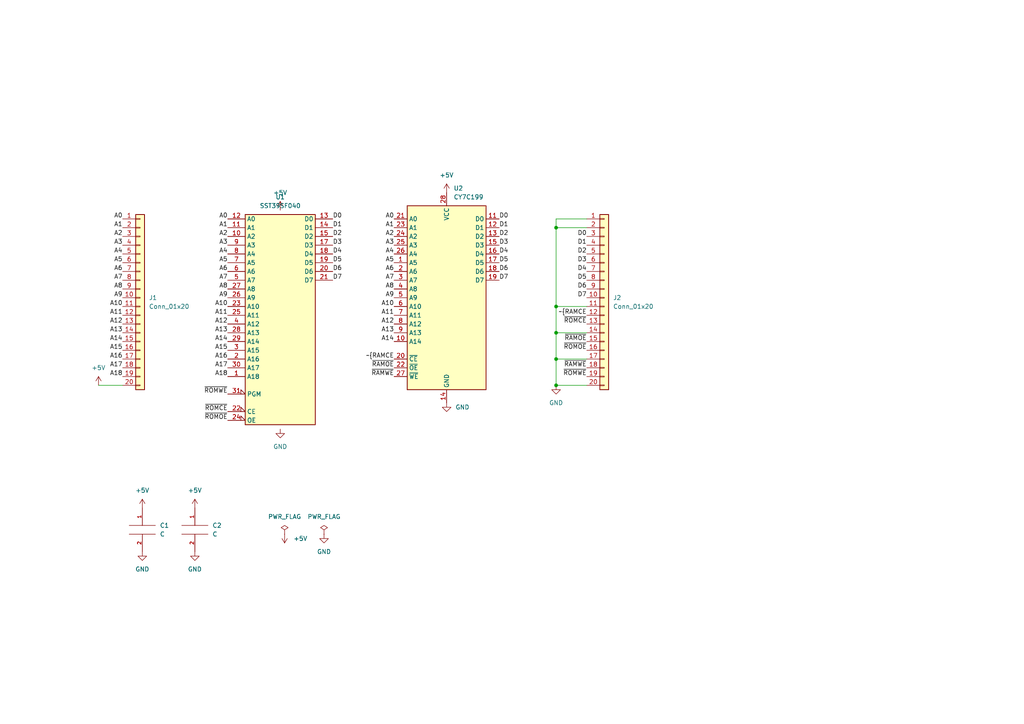
<source format=kicad_sch>
(kicad_sch (version 20211123) (generator eeschema)
  (paper "A4")
  (title_block (title "flash-breadboard-adaptor") (date "2022-09-24") (rev "v1.0.0"))
  (lib_symbols
    (symbol "Connector_Generic:Conn_01x20" (pin_names (offset 1.016) hide)
      (property "Reference" "J" (at 0 25.4 0))
      (property "Value" "Conn_01x20" (at 0 -27.94 0))
      (symbol "Conn_01x20_1_1"
        (rectangle (start -1.27 -25.273) (end 0 -25.527) (stroke (width 0.1524)))
        (rectangle (start -1.27 -22.733) (end 0 -22.987) (stroke (width 0.1524)))
        (rectangle (start -1.27 -20.193) (end 0 -20.447) (stroke (width 0.1524)))
        (rectangle (start -1.27 -17.653) (end 0 -17.907) (stroke (width 0.1524)))
        (rectangle (start -1.27 -15.113) (end 0 -15.367) (stroke (width 0.1524)))
        (rectangle (start -1.27 -12.573) (end 0 -12.827) (stroke (width 0.1524)))
        (rectangle (start -1.27 -10.033) (end 0 -10.287) (stroke (width 0.1524)))
        (rectangle (start -1.27 -7.493) (end 0 -7.747) (stroke (width 0.1524)))
        (rectangle (start -1.27 -4.953) (end 0 -5.207) (stroke (width 0.1524)))
        (rectangle (start -1.27 -2.413) (end 0 -2.667) (stroke (width 0.1524)))
        (rectangle (start -1.27 0.127) (end 0 -0.127) (stroke (width 0.1524)))
        (rectangle (start -1.27 2.667) (end 0 2.413) (stroke (width 0.1524)))
        (rectangle (start -1.27 5.207) (end 0 4.953) (stroke (width 0.1524)))
        (rectangle (start -1.27 7.747) (end 0 7.493) (stroke (width 0.1524)))
        (rectangle (start -1.27 10.287) (end 0 10.033) (stroke (width 0.1524)))
        (rectangle (start -1.27 12.827) (end 0 12.573) (stroke (width 0.1524)))
        (rectangle (start -1.27 15.367) (end 0 15.113) (stroke (width 0.1524)))
        (rectangle (start -1.27 17.907) (end 0 17.653) (stroke (width 0.1524)))
        (rectangle (start -1.27 20.447) (end 0 20.193) (stroke (width 0.1524)))
        (rectangle (start -1.27 22.987) (end 0 22.733) (stroke (width 0.1524)))
        (rectangle (start -1.27 24.13) (end 1.27 -26.67) (stroke (width 0.254)) (fill (type background)))
        (pin passive line (at -5.08 22.86 0) (length 3.81) (name "Pin_1") (number "1"))
        (pin passive line (at -5.08 0 0) (length 3.81) (name "Pin_10") (number "10"))
        (pin passive line (at -5.08 -2.54 0) (length 3.81) (name "Pin_11") (number "11"))
        (pin passive line (at -5.08 -5.08 0) (length 3.81) (name "Pin_12") (number "12"))
        (pin passive line (at -5.08 -7.62 0) (length 3.81) (name "Pin_13") (number "13"))
        (pin passive line (at -5.08 -10.16 0) (length 3.81) (name "Pin_14") (number "14"))
        (pin passive line (at -5.08 -12.7 0) (length 3.81) (name "Pin_15") (number "15"))
        (pin passive line (at -5.08 -15.24 0) (length 3.81) (name "Pin_16") (number "16"))
        (pin passive line (at -5.08 -17.78 0) (length 3.81) (name "Pin_17") (number "17"))
        (pin passive line (at -5.08 -20.32 0) (length 3.81) (name "Pin_18") (number "18"))
        (pin passive line (at -5.08 -22.86 0) (length 3.81) (name "Pin_19") (number "19"))
        (pin passive line (at -5.08 20.32 0) (length 3.81) (name "Pin_2") (number "2"))
        (pin passive line (at -5.08 -25.4 0) (length 3.81) (name "Pin_20") (number "20"))
        (pin passive line (at -5.08 17.78 0) (length 3.81) (name "Pin_3") (number "3"))
        (pin passive line (at -5.08 15.24 0) (length 3.81) (name "Pin_4") (number "4"))
        (pin passive line (at -5.08 12.7 0) (length 3.81) (name "Pin_5") (number "5"))
        (pin passive line (at -5.08 10.16 0) (length 3.81) (name "Pin_6") (number "6"))
        (pin passive line (at -5.08 7.62 0) (length 3.81) (name "Pin_7") (number "7"))
        (pin passive line (at -5.08 5.08 0) (length 3.81) (name "Pin_8") (number "8"))
        (pin passive line (at -5.08 2.54 0) (length 3.81) (name "Pin_9") (number "9"))
      )
    )
    (symbol "Memory_Flash:SST39SF040"
      (property "Reference" "U" (at 2.54 33.02 0))
      (property "Value" "SST39SF040" (at 0 -30.48 0))
      (symbol "SST39SF040_0_0"
        (pin power_in line (at 0 -30.48 90) (length 1.27) hide (name "GND") (number "16"))
        (pin power_in line (at 0 33.02 270) (length 1.27) hide (name "VCC") (number "32"))
      )
      (symbol "SST39SF040_0_1"
        (rectangle (start -10.16 31.75) (end 10.16 -29.21) (stroke (width 0.254)) (fill (type background)))
      )
      (symbol "SST39SF040_1_1"
        (pin input line (at -15.24 -15.24 0) (length 5.08) (name "A18") (number "1"))
        (pin input line (at -15.24 25.4 0) (length 5.08) (name "A2") (number "10"))
        (pin input line (at -15.24 27.94 0) (length 5.08) (name "A1") (number "11"))
        (pin input line (at -15.24 30.48 0) (length 5.08) (name "A0") (number "12"))
        (pin tri_state line (at 15.24 30.48 180) (length 5.08) (name "D0") (number "13"))
        (pin tri_state line (at 15.24 27.94 180) (length 5.08) (name "D1") (number "14"))
        (pin tri_state line (at 15.24 25.4 180) (length 5.08) (name "D2") (number "15"))
        (pin tri_state line (at 15.24 22.86 180) (length 5.08) (name "D3") (number "17"))
        (pin tri_state line (at 15.24 20.32 180) (length 5.08) (name "D4") (number "18"))
        (pin tri_state line (at 15.24 17.78 180) (length 5.08) (name "D5") (number "19"))
        (pin input line (at -15.24 -10.16 0) (length 5.08) (name "A16") (number "2"))
        (pin tri_state line (at 15.24 15.24 180) (length 5.08) (name "D6") (number "20"))
        (pin tri_state line (at 15.24 12.7 180) (length 5.08) (name "D7") (number "21"))
        (pin input input_low (at -15.24 -25.4 0) (length 5.08) (name "CE") (number "22"))
        (pin input line (at -15.24 5.08 0) (length 5.08) (name "A10") (number "23"))
        (pin input input_low (at -15.24 -27.94 0) (length 5.08) (name "OE") (number "24"))
        (pin input line (at -15.24 2.54 0) (length 5.08) (name "A11") (number "25"))
        (pin input line (at -15.24 7.62 0) (length 5.08) (name "A9") (number "26"))
        (pin input line (at -15.24 10.16 0) (length 5.08) (name "A8") (number "27"))
        (pin input line (at -15.24 -2.54 0) (length 5.08) (name "A13") (number "28"))
        (pin input line (at -15.24 -5.08 0) (length 5.08) (name "A14") (number "29"))
        (pin input line (at -15.24 -7.62 0) (length 5.08) (name "A15") (number "3"))
        (pin input line (at -15.24 -12.7 0) (length 5.08) (name "A17") (number "30"))
        (pin input input_low (at -15.24 -20.32 0) (length 5.08) (name "PGM") (number "31"))
        (pin input line (at -15.24 0 0) (length 5.08) (name "A12") (number "4"))
        (pin input line (at -15.24 12.7 0) (length 5.08) (name "A7") (number "5"))
        (pin input line (at -15.24 15.24 0) (length 5.08) (name "A6") (number "6"))
        (pin input line (at -15.24 17.78 0) (length 5.08) (name "A5") (number "7"))
        (pin input line (at -15.24 20.32 0) (length 5.08) (name "A4") (number "8"))
        (pin input line (at -15.24 22.86 0) (length 5.08) (name "A3") (number "9"))
      )
    )
    (symbol "Memory_RAM:CY7C199"
      (property "Reference" "U" (at -11.43 27.94 0))
      (property "Value" "CY7C199" (at 3.81 27.94 0))
      (symbol "CY7C199_0_0"
        (pin power_in line (at 0 -30.48 90) (length 3.81) (name "GND") (number "14"))
        (pin power_in line (at 0 30.48 270) (length 3.81) (name "VCC") (number "28"))
      )
      (symbol "CY7C199_0_1"
        (rectangle (start -11.43 26.67) (end 11.43 -26.67) (stroke (width 0.254)) (fill (type background)))
      )
      (symbol "CY7C199_1_1"
        (pin input line (at -15.24 10.16 0) (length 3.81) (name "A5") (number "1"))
        (pin input line (at -15.24 -12.7 0) (length 3.81) (name "A14") (number "10"))
        (pin tri_state line (at 15.24 22.86 180) (length 3.81) (name "D0") (number "11"))
        (pin tri_state line (at 15.24 20.32 180) (length 3.81) (name "D1") (number "12"))
        (pin tri_state line (at 15.24 17.78 180) (length 3.81) (name "D2") (number "13"))
        (pin tri_state line (at 15.24 15.24 180) (length 3.81) (name "D3") (number "15"))
        (pin tri_state line (at 15.24 12.7 180) (length 3.81) (name "D4") (number "16"))
        (pin tri_state line (at 15.24 10.16 180) (length 3.81) (name "D5") (number "17"))
        (pin tri_state line (at 15.24 7.62 180) (length 3.81) (name "D6") (number "18"))
        (pin tri_state line (at 15.24 5.08 180) (length 3.81) (name "D7") (number "19"))
        (pin input line (at -15.24 7.62 0) (length 3.81) (name "A6") (number "2"))
        (pin input line (at -15.24 -17.78 0) (length 3.81) (name "~{CE}") (number "20"))
        (pin input line (at -15.24 22.86 0) (length 3.81) (name "A0") (number "21"))
        (pin input line (at -15.24 -20.32 0) (length 3.81) (name "~{OE}") (number "22"))
        (pin input line (at -15.24 20.32 0) (length 3.81) (name "A1") (number "23"))
        (pin input line (at -15.24 17.78 0) (length 3.81) (name "A2") (number "24"))
        (pin input line (at -15.24 15.24 0) (length 3.81) (name "A3") (number "25"))
        (pin input line (at -15.24 12.7 0) (length 3.81) (name "A4") (number "26"))
        (pin input line (at -15.24 -22.86 0) (length 3.81) (name "~{WE}") (number "27"))
        (pin input line (at -15.24 5.08 0) (length 3.81) (name "A7") (number "3"))
        (pin input line (at -15.24 2.54 0) (length 3.81) (name "A8") (number "4"))
        (pin input line (at -15.24 0 0) (length 3.81) (name "A9") (number "5"))
        (pin input line (at -15.24 -2.54 0) (length 3.81) (name "A10") (number "6"))
        (pin input line (at -15.24 -5.08 0) (length 3.81) (name "A11") (number "7"))
        (pin input line (at -15.24 -7.62 0) (length 3.81) (name "A12") (number "8"))
        (pin input line (at -15.24 -10.16 0) (length 3.81) (name "A13") (number "9"))
      )
    )
    (symbol "power:+5V" (power) (pin_names (offset 0))
      (property "Value" "+5V" (at 0 3.556 0))
      (symbol "+5V_0_1"
        (polyline (pts (xy -0.762 1.27) (xy 0 2.54)))
        (polyline (pts (xy 0 0) (xy 0 2.54)))
        (polyline (pts (xy 0 2.54) (xy 0.762 1.27)))
      )
      (symbol "+5V_1_1"
        (pin power_in line (at 0 0 90) (length 0) hide (name "+5V") (number "1"))
      )
    )
    (symbol "power:GND" (power) (pin_names (offset 0))
      (property "Value" "GND" (at 0 -3.81 0))
      (symbol "GND_0_1"
        (polyline (pts (xy 0 0) (xy 0 -1.27) (xy 1.27 -1.27) (xy 0 -2.54) (xy -1.27 -1.27) (xy 0 -1.27)))
      )
      (symbol "GND_1_1"
        (pin power_in line (at 0 0 270) (length 0) hide (name "GND") (number "1"))
      )
    )
    (symbol "power:PWR_FLAG" (power) (pin_numbers hide) (pin_names (offset 0) hide)
      (property "Value" "PWR_FLAG" (at 0 3.81 0))
      (symbol "PWR_FLAG_0_0"
        (pin power_out line (at 0 0 90) (length 0) (name "pwr") (number "1"))
      )
      (symbol "PWR_FLAG_0_1"
        (polyline (pts (xy 0 0) (xy 0 1.27) (xy -1.016 1.905) (xy 0 2.54) (xy 1.016 1.905) (xy 0 1.27)))
      )
    )
    (symbol "pspice:C" (pin_names (offset 0.254))
      (property "Reference" "C" (at 2.54 3.81 90))
      (property "Value" "C" (at 2.54 -3.81 90))
      (symbol "C_0_1"
        (polyline (pts (xy -3.81 -1.27) (xy 3.81 -1.27)))
        (polyline (pts (xy -3.81 1.27) (xy 3.81 1.27)))
      )
      (symbol "C_1_1"
        (pin passive line (at 0 6.35 270) (length 5.08) (name "~") (number "1"))
        (pin passive line (at 0 -6.35 90) (length 5.08) (name "~") (number "2"))
      )
    )
  )
  (junction (at 161.29 66.04))
  (junction (at 161.29 111.76))
  (junction (at 161.29 96.52))
  (junction (at 161.29 104.14))
  (junction (at 161.29 88.9))
  (wire (pts (xy 161.29 63.5) (xy 161.29 66.04)))
  (wire (pts (xy 161.29 111.76) (xy 170.18 111.76)))
  (wire (pts (xy 161.29 88.9) (xy 161.29 96.52)))
  (wire (pts (xy 161.29 88.9) (xy 170.18 88.9)))
  (wire (pts (xy 161.29 66.04) (xy 170.18 66.04)))
  (wire (pts (xy 161.29 96.52) (xy 170.18 96.52)))
  (wire (pts (xy 161.29 63.5) (xy 170.18 63.5)))
  (wire (pts (xy 161.29 66.04) (xy 161.29 88.9)))
  (wire (pts (xy 161.29 104.14) (xy 161.29 111.76)))
  (wire (pts (xy 28.575 111.76) (xy 35.56 111.76)))
  (wire (pts (xy 161.29 104.14) (xy 170.18 104.14)))
  (wire (pts (xy 161.29 96.52) (xy 161.29 104.14)))
  (label "A7" (at 114.3 81.28 180))
  (label "A5" (at 66.04 76.2 180))
  (label "A3" (at 114.3 71.12 180))
  (label "A11" (at 66.04 91.44 180))
  (label "A11" (at 35.56 91.44 180))
  (label "A12" (at 35.56 93.98 180))
  (label "A9" (at 66.04 86.36 180))
  (label "A0" (at 35.56 63.5 180))
  (label "A10" (at 114.3 88.9 180))
  (label "A0" (at 114.3 63.5 180))
  (label "A8" (at 35.56 83.82 180))
  (label "A18" (at 35.56 109.22 180))
  (label "A15" (at 66.04 101.6 180))
  (label "D5" (at 144.78 76.2 0))
  (label "A13" (at 66.04 96.52 180))
  (label "D4" (at 96.52 73.66 0))
  (label "D5" (at 96.52 76.2 0))
  (label "D0" (at 96.52 63.5 0))
  (label "A17" (at 35.56 106.68 180))
  (label "~{ROMCE}" (at 66.04 119.38 180))
  (label "A2" (at 35.56 68.58 180))
  (label "A6" (at 114.3 78.74 180))
  (label "D1" (at 96.52 66.04 0))
  (label "D7" (at 170.18 86.36 180))
  (label "D4" (at 144.78 73.66 0))
  (label "A5" (at 114.3 76.2 180))
  (label "A17" (at 66.04 106.68 180))
  (label "~{ROMCE}" (at 170.18 93.98 180))
  (label "D0" (at 170.18 68.58 180))
  (label "A9" (at 114.3 86.36 180))
  (label "A12" (at 66.04 93.98 180))
  (label "D6" (at 96.52 78.74 0))
  (label "D1" (at 170.18 71.12 180))
  (label "D7" (at 96.52 81.28 0))
  (label "A13" (at 35.56 96.52 180))
  (label "A2" (at 114.3 68.58 180))
  (label "A8" (at 66.04 83.82 180))
  (label "D5" (at 170.18 81.28 180))
  (label "~{RAMCE" (at 114.3 104.14 180))
  (label "~{RAMWE}" (at 170.18 106.68 180))
  (label "~{RAMOE}" (at 114.3 106.68 180))
  (label "~{ROMOE}" (at 170.18 101.6 180))
  (label "D2" (at 144.78 68.58 0))
  (label "A8" (at 114.3 83.82 180))
  (label "A7" (at 35.56 81.28 180))
  (label "D0" (at 144.78 63.5 0))
  (label "A10" (at 35.56 88.9 180))
  (label "A4" (at 66.04 73.66 180))
  (label "~{RAMWE}" (at 114.3 109.22 180))
  (label "D6" (at 144.78 78.74 0))
  (label "A14" (at 35.56 99.06 180))
  (label "~{ROMWE}" (at 170.18 109.22 180))
  (label "A3" (at 66.04 71.12 180))
  (label "A13" (at 114.3 96.52 180))
  (label "A1" (at 114.3 66.04 180))
  (label "D4" (at 170.18 78.74 180))
  (label "A16" (at 66.04 104.14 180))
  (label "A1" (at 66.04 66.04 180))
  (label "A6" (at 35.56 78.74 180))
  (label "A16" (at 35.56 104.14 180))
  (label "A11" (at 114.3 91.44 180))
  (label "A2" (at 66.04 68.58 180))
  (label "A9" (at 35.56 86.36 180))
  (label "A14" (at 66.04 99.06 180))
  (label "A14" (at 114.3 99.06 180))
  (label "A18" (at 66.04 109.22 180))
  (label "A4" (at 35.56 73.66 180))
  (label "A12" (at 114.3 93.98 180))
  (label "~{RAMCE" (at 170.18 91.44 180))
  (label "~{ROMWE}" (at 66.04 114.3 180))
  (label "A6" (at 66.04 78.74 180))
  (label "D2" (at 96.52 68.58 0))
  (label "A4" (at 114.3 73.66 180))
  (label "D7" (at 144.78 81.28 0))
  (label "A1" (at 35.56 66.04 180))
  (label "D2" (at 170.18 73.66 180))
  (label "D3" (at 144.78 71.12 0))
  (label "A3" (at 35.56 71.12 180))
  (label "D3" (at 96.52 71.12 0))
  (label "~{RAMOE}" (at 170.18 99.06 180))
  (label "D6" (at 170.18 83.82 180))
  (label "A5" (at 35.56 76.2 180))
  (label "A7" (at 66.04 81.28 180))
  (label "D1" (at 144.78 66.04 0))
  (label "A15" (at 35.56 101.6 180))
  (label "D3" (at 170.18 76.2 180))
  (label "~{ROMOE}" (at 66.04 121.92 180))
  (label "A10" (at 66.04 88.9 180))
  (label "A0" (at 66.04 63.5 180))
  (symbol (lib_id "power:GND") (at 161.29 111.76 0) (unit 1)
    (property "Reference" "#PWR0104" (effects hide))
    (property "Value" "GND" (at 161.29 116.84 0))
  )
  (symbol (lib_id "power:GND") (at 93.98 154.94 0) (unit 1)
    (property "Reference" "#PWR0101" (effects hide))
    (property "Value" "GND" (at 93.98 160.02 0))
  )
  (symbol (lib_id "Connector_Generic:Conn_01x20") (at 40.64 86.36 0) (unit 1)
    (property "Reference" "J1" (at 43.18 86.3599 0) (effects (justify left)))
    (property "Value" "Conn_01x20" (at 43.18 88.8999 0) (effects (justify left)))
    (property "Footprint" "Connector_PinHeader_2.54mm:PinHeader_1x20_P2.54mm_Vertical" (effects hide))
  )
  (symbol (lib_id "Connector_Generic:Conn_01x20") (at 175.26 86.36 0) (unit 1)
    (property "Reference" "J2" (at 177.8 86.3599 0) (effects (justify left)))
    (property "Value" "Conn_01x20" (at 177.8 88.8999 0) (effects (justify left)))
    (property "Footprint" "Connector_PinHeader_2.54mm:PinHeader_1x20_P2.54mm_Vertical" (effects hide))
  )
  (symbol (lib_id "power:PWR_FLAG") (at 93.98 154.94 0) (unit 1)
    (property "Reference" "#FLG0102" (effects hide))
    (property "Value" "PWR_FLAG" (at 93.98 149.86 0))
  )
  (symbol (lib_id "power:+5V") (at 56.515 147.32 0) (unit 1)
    (property "Reference" "#PWR04" (effects hide))
    (property "Value" "+5V" (at 56.515 142.24 0))
  )
  (symbol (lib_id "power:GND") (at 129.54 116.84 0) (unit 1)
    (property "Reference" "#PWR09" (effects hide))
    (property "Value" "GND" (at 132.08 118.1099 0) (effects (justify left)))
  )
  (symbol (lib_id "pspice:C") (at 41.275 153.67 0) (unit 1)
    (property "Reference" "C1" (at 46.355 152.3999 0) (effects (justify left)))
    (property "Value" "C" (at 46.355 154.9399 0) (effects (justify left)))
    (property "Footprint" "Capacitor_THT:C_Disc_D4.3mm_W1.9mm_P5.00mm" (effects hide))
  )
  (symbol (lib_id "power:+5V") (at 129.54 55.88 0) (unit 1)
    (property "Reference" "#PWR08" (effects hide))
    (property "Value" "+5V" (at 129.54 50.8 0))
  )
  (symbol (lib_id "power:GND") (at 81.28 124.46 0) (unit 1)
    (property "Reference" "#PWR07" (effects hide))
    (property "Value" "GND" (at 81.28 129.54 0))
  )
  (symbol (lib_id "power:+5V") (at 41.275 147.32 0) (unit 1)
    (property "Reference" "#PWR02" (effects hide))
    (property "Value" "+5V" (at 41.275 142.24 0))
  )
  (symbol (lib_id "power:+5V") (at 28.575 111.76 0) (unit 1)
    (property "Reference" "#PWR0103" (effects hide))
    (property "Value" "+5V" (at 28.575 106.68 0))
  )
  (symbol (lib_id "power:+5V") (at 82.55 154.94 180) (unit 1)
    (property "Reference" "#PWR0102" (effects hide))
    (property "Value" "+5V" (at 85.09 156.2099 0) (effects (justify right)))
  )
  (symbol (lib_id "power:+5V") (at 81.28 60.96 0) (unit 1)
    (property "Reference" "#PWR06" (effects hide))
    (property "Value" "+5V" (at 81.28 55.88 0))
  )
  (symbol (lib_id "pspice:C") (at 56.515 153.67 0) (unit 1)
    (property "Reference" "C2" (at 61.595 152.3999 0) (effects (justify left)))
    (property "Value" "C" (at 61.595 154.9399 0) (effects (justify left)))
    (property "Footprint" "Capacitor_THT:C_Disc_D4.3mm_W1.9mm_P5.00mm" (effects hide))
  )
  (symbol (lib_id "power:PWR_FLAG") (at 82.55 154.94 0) (unit 1)
    (property "Reference" "#FLG0101" (effects hide))
    (property "Value" "PWR_FLAG" (at 82.55 149.86 0))
  )
  (symbol (lib_id "power:GND") (at 41.275 160.02 0) (unit 1)
    (property "Reference" "#PWR03" (effects hide))
    (property "Value" "GND" (at 41.275 165.1 0))
  )
  (symbol (lib_id "Memory_Flash:SST39SF040") (at 81.28 93.98 0) (unit 1)
    (property "Reference" "U1" (at 81.28 57.15 0))
    (property "Value" "SST39SF040" (at 81.28 59.69 0))
    (property "Footprint" "Socket:DIP_Socket-32_W11.9_W12.7_W15.24_W17.78_W18.5_3M_232-1285-00-0602J" (effects hide))
    (property "Datasheet" "http://ww1.microchip.com/downloads/en/DeviceDoc/25022B.pdf" (effects hide))
  )
  (symbol (lib_id "power:GND") (at 56.515 160.02 0) (unit 1)
    (property "Reference" "#PWR05" (effects hide))
    (property "Value" "GND" (at 56.515 165.1 0))
  )
  (symbol (lib_id "Memory_RAM:CY7C199") (at 129.54 86.36 0) (unit 1)
    (property "Reference" "U2" (at 131.5594 54.61 0) (effects (justify left)))
    (property "Value" "CY7C199" (at 131.5594 57.15 0) (effects (justify left)))
    (property "Footprint" "Package_DIP:DIP-28_W7.62mm_Socket" (effects hide))
  )
)
</source>
